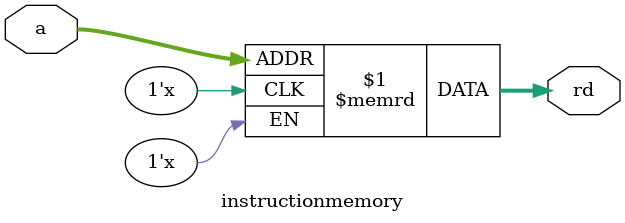
<source format=sv>
module instructionmemory(
	input logic [15:0]a, //address (i.e. PC), can select 65,536 memory locations
	output logic [17:0]rd //output (i.e. the instruction)
	);

	//(remember we modified our instruction length to 18-bits rather than 16-bits,
	//in order to accomadate more instructions)
	reg [17:0] SRAM[65535:0];
	//defining our instruction memory

	assign rd = SRAM[a];
endmodule
</source>
